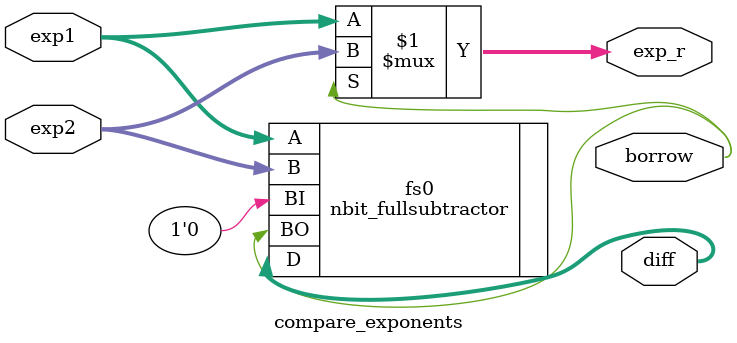
<source format=sv>
/*
 * File: \compare_exponents.sv
 * Project: c:\Users\Chuck\ECE571\final_project\RISC-V-Floating-Point-Processor\src\design\chuck_test_code
 * Created Date: Thursday, May 6th 2021, 7:11:34 pm
 * Author: Chuck Faber
 * -----
 * Last Modified: Sun May 16 2021
 * Modified By: Chuck Faber
 * -----
 * Copyright (c) 2021 Portland State University
 * 
 * This modules takes in two 8-bit single precision floating point exponent values,
 * and outputs the difference between them and the larger of the two exponents.
 * 
 * 
 * -----
 * HISTORY:
 * Date      	By	Comments
 * ----------	---	----------------------------------------------------------
 */
parameter SIG_BITS = 23;
parameter EXP_BITS = 8;
module compare_exponents(
    exp1, exp2, diff, exp_r, borrow
);
    input [EXP_BITS-1:0] exp1, exp2;
    output [EXP_BITS-1:0] diff, exp_r;
    output borrow;

    // This module needs to subtract the two exponents (exp1 - exp2), and then 
    // depending on if the value is positive or negative output exp1 or exp2
    // and the absolute difference between the two exponents.
    // Diagram uses a full subtractor, dunno if this is what I wanna do.

    // Note: Technically a larger exp value is a lower fp value, and a smaller exp value is a larger fp value
    
    nbit_fullsubtractor #(EXP_BITS) fs0 (
        .D(diff), 
        .BO(borrow), 
        .A(exp1), 
        .B(exp2),
        .BI(1'b0)
    );

    assign exp_r = borrow ? exp2 : exp1;

endmodule

</source>
